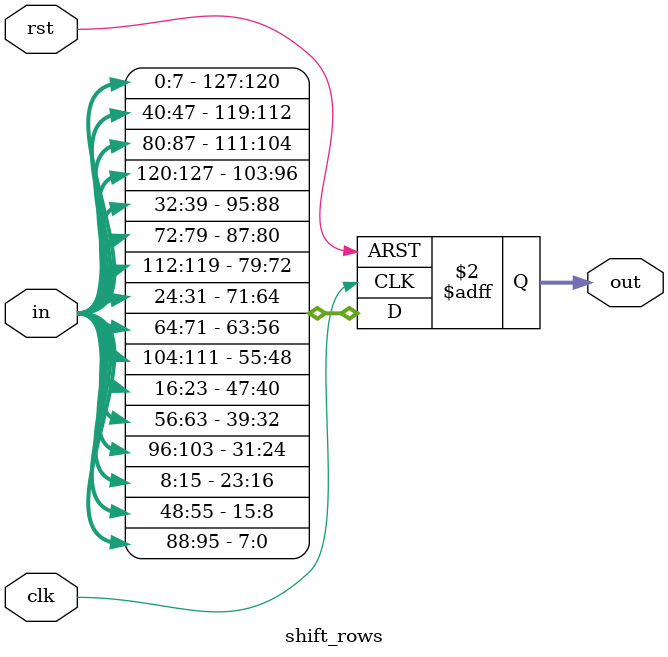
<source format=v>
`timescale 1ns / 1ps

module shift_rows(
    input [0:127] in,
    output reg [0:127] out,
    input clk,
    input rst
    );
    always@(posedge clk , posedge rst) begin
    if(rst) begin
    out<=0;
    end
    else begin
    //first row no shift
        out[0+:8]<=in[0+:8];
        out[32+:8]<=in[32+:8];
        out[64+:8]<=in[64+:8];
        out[96+:8]<=in[96+:8];
        
    //second row 1 byte circulary shift left  
        out[8+:8]<=in[40+:8];
        out[40+:8]<=in[72+:8];
        out[72+:8]<=in[104+:8];
        out[104+:8]<=in[8+:8];
        
    //third row 2 bytes circulary shift left  
        out[16+:8]<=in[80+:8];
        out[48+:8]<=in[112+:8];
        out[80+:8]<=in[16+:8];
        out[112+:8]<=in[48+:8];
        
    //fourth row 3 bytes circulary shift left  
        out[24+:8]<=in[120+:8];
        out[56+:8]<=in[24+:8];
        out[88+:8]<=in[56+:8];
        out[120+:8]<=in[88+:8];
        
     end
    end   
endmodule

</source>
